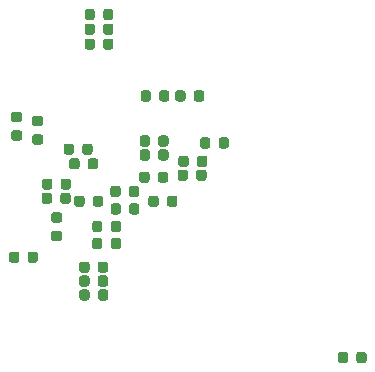
<source format=gbr>
%TF.GenerationSoftware,KiCad,Pcbnew,(5.99.0-3304-gcc86630f1-dirty)*%
%TF.CreationDate,2021-01-15T17:35:11+01:00*%
%TF.ProjectId,FD,46442e6b-6963-4616-945f-706362585858,rev?*%
%TF.SameCoordinates,Original*%
%TF.FileFunction,Paste,Bot*%
%TF.FilePolarity,Positive*%
%FSLAX46Y46*%
G04 Gerber Fmt 4.6, Leading zero omitted, Abs format (unit mm)*
G04 Created by KiCad (PCBNEW (5.99.0-3304-gcc86630f1-dirty)) date 2021-01-15 17:35:11*
%MOMM*%
%LPD*%
G01*
G04 APERTURE LIST*
G04 APERTURE END LIST*
%TO.C,C52*%
G36*
G01*
X182965000Y-59323750D02*
X182965000Y-59836250D01*
G75*
G02*
X182746250Y-60055000I-218750J0D01*
G01*
X182308750Y-60055000D01*
G75*
G02*
X182090000Y-59836250I0J218750D01*
G01*
X182090000Y-59323750D01*
G75*
G02*
X182308750Y-59105000I218750J0D01*
G01*
X182746250Y-59105000D01*
G75*
G02*
X182965000Y-59323750I0J-218750D01*
G01*
G37*
G36*
G01*
X181390000Y-59323750D02*
X181390000Y-59836250D01*
G75*
G02*
X181171250Y-60055000I-218750J0D01*
G01*
X180733750Y-60055000D01*
G75*
G02*
X180515000Y-59836250I0J218750D01*
G01*
X180515000Y-59323750D01*
G75*
G02*
X180733750Y-59105000I218750J0D01*
G01*
X181171250Y-59105000D01*
G75*
G02*
X181390000Y-59323750I0J-218750D01*
G01*
G37*
%TD*%
%TO.C,C74*%
G36*
G01*
X182195000Y-57283750D02*
X182195000Y-57796250D01*
G75*
G02*
X181976250Y-58015000I-218750J0D01*
G01*
X181538750Y-58015000D01*
G75*
G02*
X181320000Y-57796250I0J218750D01*
G01*
X181320000Y-57283750D01*
G75*
G02*
X181538750Y-57065000I218750J0D01*
G01*
X181976250Y-57065000D01*
G75*
G02*
X182195000Y-57283750I0J-218750D01*
G01*
G37*
G36*
G01*
X180620000Y-57283750D02*
X180620000Y-57796250D01*
G75*
G02*
X180401250Y-58015000I-218750J0D01*
G01*
X179963750Y-58015000D01*
G75*
G02*
X179745000Y-57796250I0J218750D01*
G01*
X179745000Y-57283750D01*
G75*
G02*
X179963750Y-57065000I218750J0D01*
G01*
X180401250Y-57065000D01*
G75*
G02*
X180620000Y-57283750I0J-218750D01*
G01*
G37*
%TD*%
%TO.C,R88*%
G36*
G01*
X198995000Y-72553750D02*
X198995000Y-73066250D01*
G75*
G02*
X198776250Y-73285000I-218750J0D01*
G01*
X198338750Y-73285000D01*
G75*
G02*
X198120000Y-73066250I0J218750D01*
G01*
X198120000Y-72553750D01*
G75*
G02*
X198338750Y-72335000I218750J0D01*
G01*
X198776250Y-72335000D01*
G75*
G02*
X198995000Y-72553750I0J-218750D01*
G01*
G37*
G36*
G01*
X197420000Y-72553750D02*
X197420000Y-73066250D01*
G75*
G02*
X197201250Y-73285000I-218750J0D01*
G01*
X196763750Y-73285000D01*
G75*
G02*
X196545000Y-73066250I0J218750D01*
G01*
X196545000Y-72553750D01*
G75*
G02*
X196763750Y-72335000I218750J0D01*
G01*
X197201250Y-72335000D01*
G75*
G02*
X197420000Y-72553750I0J-218750D01*
G01*
G37*
%TD*%
%TO.C,C13*%
G36*
G01*
X183062500Y-56456250D02*
X183062500Y-55943750D01*
G75*
G02*
X183281250Y-55725000I218750J0D01*
G01*
X183718750Y-55725000D01*
G75*
G02*
X183937500Y-55943750I0J-218750D01*
G01*
X183937500Y-56456250D01*
G75*
G02*
X183718750Y-56675000I-218750J0D01*
G01*
X183281250Y-56675000D01*
G75*
G02*
X183062500Y-56456250I0J218750D01*
G01*
G37*
G36*
G01*
X184637500Y-56456250D02*
X184637500Y-55943750D01*
G75*
G02*
X184856250Y-55725000I218750J0D01*
G01*
X185293750Y-55725000D01*
G75*
G02*
X185512500Y-55943750I0J-218750D01*
G01*
X185512500Y-56456250D01*
G75*
G02*
X185293750Y-56675000I-218750J0D01*
G01*
X184856250Y-56675000D01*
G75*
G02*
X184637500Y-56456250I0J218750D01*
G01*
G37*
%TD*%
%TO.C,C84*%
G36*
G01*
X182227500Y-55403750D02*
X182227500Y-55916250D01*
G75*
G02*
X182008750Y-56135000I-218750J0D01*
G01*
X181571250Y-56135000D01*
G75*
G02*
X181352500Y-55916250I0J218750D01*
G01*
X181352500Y-55403750D01*
G75*
G02*
X181571250Y-55185000I218750J0D01*
G01*
X182008750Y-55185000D01*
G75*
G02*
X182227500Y-55403750I0J-218750D01*
G01*
G37*
G36*
G01*
X180652500Y-55403750D02*
X180652500Y-55916250D01*
G75*
G02*
X180433750Y-56135000I-218750J0D01*
G01*
X179996250Y-56135000D01*
G75*
G02*
X179777500Y-55916250I0J218750D01*
G01*
X179777500Y-55403750D01*
G75*
G02*
X179996250Y-55185000I218750J0D01*
G01*
X180433750Y-55185000D01*
G75*
G02*
X180652500Y-55403750I0J-218750D01*
G01*
G37*
%TD*%
%TO.C,C26*%
G36*
G01*
X182992500Y-57626250D02*
X182992500Y-57113750D01*
G75*
G02*
X183211250Y-56895000I218750J0D01*
G01*
X183648750Y-56895000D01*
G75*
G02*
X183867500Y-57113750I0J-218750D01*
G01*
X183867500Y-57626250D01*
G75*
G02*
X183648750Y-57845000I-218750J0D01*
G01*
X183211250Y-57845000D01*
G75*
G02*
X182992500Y-57626250I0J218750D01*
G01*
G37*
G36*
G01*
X184567500Y-57626250D02*
X184567500Y-57113750D01*
G75*
G02*
X184786250Y-56895000I218750J0D01*
G01*
X185223750Y-56895000D01*
G75*
G02*
X185442500Y-57113750I0J-218750D01*
G01*
X185442500Y-57626250D01*
G75*
G02*
X185223750Y-57845000I-218750J0D01*
G01*
X184786250Y-57845000D01*
G75*
G02*
X184567500Y-57626250I0J218750D01*
G01*
G37*
%TD*%
%TO.C,C36*%
G36*
G01*
X176692500Y-59313750D02*
X176692500Y-59826250D01*
G75*
G02*
X176473750Y-60045000I-218750J0D01*
G01*
X176036250Y-60045000D01*
G75*
G02*
X175817500Y-59826250I0J218750D01*
G01*
X175817500Y-59313750D01*
G75*
G02*
X176036250Y-59095000I218750J0D01*
G01*
X176473750Y-59095000D01*
G75*
G02*
X176692500Y-59313750I0J-218750D01*
G01*
G37*
G36*
G01*
X175117500Y-59313750D02*
X175117500Y-59826250D01*
G75*
G02*
X174898750Y-60045000I-218750J0D01*
G01*
X174461250Y-60045000D01*
G75*
G02*
X174242500Y-59826250I0J218750D01*
G01*
X174242500Y-59313750D01*
G75*
G02*
X174461250Y-59095000I218750J0D01*
G01*
X174898750Y-59095000D01*
G75*
G02*
X175117500Y-59313750I0J-218750D01*
G01*
G37*
%TD*%
%TO.C,C28*%
G36*
G01*
X178205000Y-62903750D02*
X178205000Y-63416250D01*
G75*
G02*
X177986250Y-63635000I-218750J0D01*
G01*
X177548750Y-63635000D01*
G75*
G02*
X177330000Y-63416250I0J218750D01*
G01*
X177330000Y-62903750D01*
G75*
G02*
X177548750Y-62685000I218750J0D01*
G01*
X177986250Y-62685000D01*
G75*
G02*
X178205000Y-62903750I0J-218750D01*
G01*
G37*
G36*
G01*
X176630000Y-62903750D02*
X176630000Y-63416250D01*
G75*
G02*
X176411250Y-63635000I-218750J0D01*
G01*
X175973750Y-63635000D01*
G75*
G02*
X175755000Y-63416250I0J218750D01*
G01*
X175755000Y-62903750D01*
G75*
G02*
X175973750Y-62685000I218750J0D01*
G01*
X176411250Y-62685000D01*
G75*
G02*
X176630000Y-62903750I0J-218750D01*
G01*
G37*
%TD*%
%TO.C,C23*%
G36*
G01*
X175795000Y-54913750D02*
X175795000Y-55426250D01*
G75*
G02*
X175576250Y-55645000I-218750J0D01*
G01*
X175138750Y-55645000D01*
G75*
G02*
X174920000Y-55426250I0J218750D01*
G01*
X174920000Y-54913750D01*
G75*
G02*
X175138750Y-54695000I218750J0D01*
G01*
X175576250Y-54695000D01*
G75*
G02*
X175795000Y-54913750I0J-218750D01*
G01*
G37*
G36*
G01*
X174220000Y-54913750D02*
X174220000Y-55426250D01*
G75*
G02*
X174001250Y-55645000I-218750J0D01*
G01*
X173563750Y-55645000D01*
G75*
G02*
X173345000Y-55426250I0J218750D01*
G01*
X173345000Y-54913750D01*
G75*
G02*
X173563750Y-54695000I218750J0D01*
G01*
X174001250Y-54695000D01*
G75*
G02*
X174220000Y-54913750I0J-218750D01*
G01*
G37*
%TD*%
%TO.C,R48*%
G36*
G01*
X173006250Y-62955000D02*
X172493750Y-62955000D01*
G75*
G02*
X172275000Y-62736250I0J218750D01*
G01*
X172275000Y-62298750D01*
G75*
G02*
X172493750Y-62080000I218750J0D01*
G01*
X173006250Y-62080000D01*
G75*
G02*
X173225000Y-62298750I0J-218750D01*
G01*
X173225000Y-62736250D01*
G75*
G02*
X173006250Y-62955000I-218750J0D01*
G01*
G37*
G36*
G01*
X173006250Y-61380000D02*
X172493750Y-61380000D01*
G75*
G02*
X172275000Y-61161250I0J218750D01*
G01*
X172275000Y-60723750D01*
G75*
G02*
X172493750Y-60505000I218750J0D01*
G01*
X173006250Y-60505000D01*
G75*
G02*
X173225000Y-60723750I0J-218750D01*
G01*
X173225000Y-61161250D01*
G75*
G02*
X173006250Y-61380000I-218750J0D01*
G01*
G37*
%TD*%
%TO.C,C66*%
G36*
G01*
X184885000Y-54896250D02*
X184885000Y-54383750D01*
G75*
G02*
X185103750Y-54165000I218750J0D01*
G01*
X185541250Y-54165000D01*
G75*
G02*
X185760000Y-54383750I0J-218750D01*
G01*
X185760000Y-54896250D01*
G75*
G02*
X185541250Y-55115000I-218750J0D01*
G01*
X185103750Y-55115000D01*
G75*
G02*
X184885000Y-54896250I0J218750D01*
G01*
G37*
G36*
G01*
X186460000Y-54896250D02*
X186460000Y-54383750D01*
G75*
G02*
X186678750Y-54165000I218750J0D01*
G01*
X187116250Y-54165000D01*
G75*
G02*
X187335000Y-54383750I0J-218750D01*
G01*
X187335000Y-54896250D01*
G75*
G02*
X187116250Y-55115000I-218750J0D01*
G01*
X186678750Y-55115000D01*
G75*
G02*
X186460000Y-54896250I0J218750D01*
G01*
G37*
%TD*%
%TO.C,C14*%
G36*
G01*
X177315000Y-60486250D02*
X177315000Y-59973750D01*
G75*
G02*
X177533750Y-59755000I218750J0D01*
G01*
X177971250Y-59755000D01*
G75*
G02*
X178190000Y-59973750I0J-218750D01*
G01*
X178190000Y-60486250D01*
G75*
G02*
X177971250Y-60705000I-218750J0D01*
G01*
X177533750Y-60705000D01*
G75*
G02*
X177315000Y-60486250I0J218750D01*
G01*
G37*
G36*
G01*
X178890000Y-60486250D02*
X178890000Y-59973750D01*
G75*
G02*
X179108750Y-59755000I218750J0D01*
G01*
X179546250Y-59755000D01*
G75*
G02*
X179765000Y-59973750I0J-218750D01*
G01*
X179765000Y-60486250D01*
G75*
G02*
X179546250Y-60705000I-218750J0D01*
G01*
X179108750Y-60705000D01*
G75*
G02*
X178890000Y-60486250I0J218750D01*
G01*
G37*
%TD*%
%TO.C,C85*%
G36*
G01*
X173815000Y-56666250D02*
X173815000Y-56153750D01*
G75*
G02*
X174033750Y-55935000I218750J0D01*
G01*
X174471250Y-55935000D01*
G75*
G02*
X174690000Y-56153750I0J-218750D01*
G01*
X174690000Y-56666250D01*
G75*
G02*
X174471250Y-56885000I-218750J0D01*
G01*
X174033750Y-56885000D01*
G75*
G02*
X173815000Y-56666250I0J218750D01*
G01*
G37*
G36*
G01*
X175390000Y-56666250D02*
X175390000Y-56153750D01*
G75*
G02*
X175608750Y-55935000I218750J0D01*
G01*
X176046250Y-55935000D01*
G75*
G02*
X176265000Y-56153750I0J-218750D01*
G01*
X176265000Y-56666250D01*
G75*
G02*
X176046250Y-56885000I-218750J0D01*
G01*
X175608750Y-56885000D01*
G75*
G02*
X175390000Y-56666250I0J218750D01*
G01*
G37*
%TD*%
%TO.C,C18*%
G36*
G01*
X178207500Y-61463750D02*
X178207500Y-61976250D01*
G75*
G02*
X177988750Y-62195000I-218750J0D01*
G01*
X177551250Y-62195000D01*
G75*
G02*
X177332500Y-61976250I0J218750D01*
G01*
X177332500Y-61463750D01*
G75*
G02*
X177551250Y-61245000I218750J0D01*
G01*
X177988750Y-61245000D01*
G75*
G02*
X178207500Y-61463750I0J-218750D01*
G01*
G37*
G36*
G01*
X176632500Y-61463750D02*
X176632500Y-61976250D01*
G75*
G02*
X176413750Y-62195000I-218750J0D01*
G01*
X175976250Y-62195000D01*
G75*
G02*
X175757500Y-61976250I0J218750D01*
G01*
X175757500Y-61463750D01*
G75*
G02*
X175976250Y-61245000I218750J0D01*
G01*
X176413750Y-61245000D01*
G75*
G02*
X176632500Y-61463750I0J-218750D01*
G01*
G37*
%TD*%
%TO.C,C83*%
G36*
G01*
X171165000Y-64063750D02*
X171165000Y-64576250D01*
G75*
G02*
X170946250Y-64795000I-218750J0D01*
G01*
X170508750Y-64795000D01*
G75*
G02*
X170290000Y-64576250I0J218750D01*
G01*
X170290000Y-64063750D01*
G75*
G02*
X170508750Y-63845000I218750J0D01*
G01*
X170946250Y-63845000D01*
G75*
G02*
X171165000Y-64063750I0J-218750D01*
G01*
G37*
G36*
G01*
X169590000Y-64063750D02*
X169590000Y-64576250D01*
G75*
G02*
X169371250Y-64795000I-218750J0D01*
G01*
X168933750Y-64795000D01*
G75*
G02*
X168715000Y-64576250I0J218750D01*
G01*
X168715000Y-64063750D01*
G75*
G02*
X168933750Y-63845000I218750J0D01*
G01*
X169371250Y-63845000D01*
G75*
G02*
X169590000Y-64063750I0J-218750D01*
G01*
G37*
%TD*%
%TO.C,C86*%
G36*
G01*
X179745000Y-58493750D02*
X179745000Y-59006250D01*
G75*
G02*
X179526250Y-59225000I-218750J0D01*
G01*
X179088750Y-59225000D01*
G75*
G02*
X178870000Y-59006250I0J218750D01*
G01*
X178870000Y-58493750D01*
G75*
G02*
X179088750Y-58275000I218750J0D01*
G01*
X179526250Y-58275000D01*
G75*
G02*
X179745000Y-58493750I0J-218750D01*
G01*
G37*
G36*
G01*
X178170000Y-58493750D02*
X178170000Y-59006250D01*
G75*
G02*
X177951250Y-59225000I-218750J0D01*
G01*
X177513750Y-59225000D01*
G75*
G02*
X177295000Y-59006250I0J218750D01*
G01*
X177295000Y-58493750D01*
G75*
G02*
X177513750Y-58275000I218750J0D01*
G01*
X177951250Y-58275000D01*
G75*
G02*
X178170000Y-58493750I0J-218750D01*
G01*
G37*
%TD*%
%TO.C,C98*%
G36*
G01*
X174665000Y-65411250D02*
X174665000Y-64898750D01*
G75*
G02*
X174883750Y-64680000I218750J0D01*
G01*
X175321250Y-64680000D01*
G75*
G02*
X175540000Y-64898750I0J-218750D01*
G01*
X175540000Y-65411250D01*
G75*
G02*
X175321250Y-65630000I-218750J0D01*
G01*
X174883750Y-65630000D01*
G75*
G02*
X174665000Y-65411250I0J218750D01*
G01*
G37*
G36*
G01*
X176240000Y-65411250D02*
X176240000Y-64898750D01*
G75*
G02*
X176458750Y-64680000I218750J0D01*
G01*
X176896250Y-64680000D01*
G75*
G02*
X177115000Y-64898750I0J-218750D01*
G01*
X177115000Y-65411250D01*
G75*
G02*
X176896250Y-65630000I-218750J0D01*
G01*
X176458750Y-65630000D01*
G75*
G02*
X176240000Y-65411250I0J218750D01*
G01*
G37*
%TD*%
%TO.C,C32*%
G36*
G01*
X171485000Y-59586250D02*
X171485000Y-59073750D01*
G75*
G02*
X171703750Y-58855000I218750J0D01*
G01*
X172141250Y-58855000D01*
G75*
G02*
X172360000Y-59073750I0J-218750D01*
G01*
X172360000Y-59586250D01*
G75*
G02*
X172141250Y-59805000I-218750J0D01*
G01*
X171703750Y-59805000D01*
G75*
G02*
X171485000Y-59586250I0J218750D01*
G01*
G37*
G36*
G01*
X173060000Y-59586250D02*
X173060000Y-59073750D01*
G75*
G02*
X173278750Y-58855000I218750J0D01*
G01*
X173716250Y-58855000D01*
G75*
G02*
X173935000Y-59073750I0J-218750D01*
G01*
X173935000Y-59586250D01*
G75*
G02*
X173716250Y-59805000I-218750J0D01*
G01*
X173278750Y-59805000D01*
G75*
G02*
X173060000Y-59586250I0J218750D01*
G01*
G37*
%TD*%
%TO.C,C96*%
G36*
G01*
X174672500Y-67771250D02*
X174672500Y-67258750D01*
G75*
G02*
X174891250Y-67040000I218750J0D01*
G01*
X175328750Y-67040000D01*
G75*
G02*
X175547500Y-67258750I0J-218750D01*
G01*
X175547500Y-67771250D01*
G75*
G02*
X175328750Y-67990000I-218750J0D01*
G01*
X174891250Y-67990000D01*
G75*
G02*
X174672500Y-67771250I0J218750D01*
G01*
G37*
G36*
G01*
X176247500Y-67771250D02*
X176247500Y-67258750D01*
G75*
G02*
X176466250Y-67040000I218750J0D01*
G01*
X176903750Y-67040000D01*
G75*
G02*
X177122500Y-67258750I0J-218750D01*
G01*
X177122500Y-67771250D01*
G75*
G02*
X176903750Y-67990000I-218750J0D01*
G01*
X176466250Y-67990000D01*
G75*
G02*
X176247500Y-67771250I0J218750D01*
G01*
G37*
%TD*%
%TO.C,C25*%
G36*
G01*
X169616250Y-54445000D02*
X169103750Y-54445000D01*
G75*
G02*
X168885000Y-54226250I0J218750D01*
G01*
X168885000Y-53788750D01*
G75*
G02*
X169103750Y-53570000I218750J0D01*
G01*
X169616250Y-53570000D01*
G75*
G02*
X169835000Y-53788750I0J-218750D01*
G01*
X169835000Y-54226250D01*
G75*
G02*
X169616250Y-54445000I-218750J0D01*
G01*
G37*
G36*
G01*
X169616250Y-52870000D02*
X169103750Y-52870000D01*
G75*
G02*
X168885000Y-52651250I0J218750D01*
G01*
X168885000Y-52213750D01*
G75*
G02*
X169103750Y-51995000I218750J0D01*
G01*
X169616250Y-51995000D01*
G75*
G02*
X169835000Y-52213750I0J-218750D01*
G01*
X169835000Y-52651250D01*
G75*
G02*
X169616250Y-52870000I-218750J0D01*
G01*
G37*
%TD*%
%TO.C,C65*%
G36*
G01*
X182225000Y-54223750D02*
X182225000Y-54736250D01*
G75*
G02*
X182006250Y-54955000I-218750J0D01*
G01*
X181568750Y-54955000D01*
G75*
G02*
X181350000Y-54736250I0J218750D01*
G01*
X181350000Y-54223750D01*
G75*
G02*
X181568750Y-54005000I218750J0D01*
G01*
X182006250Y-54005000D01*
G75*
G02*
X182225000Y-54223750I0J-218750D01*
G01*
G37*
G36*
G01*
X180650000Y-54223750D02*
X180650000Y-54736250D01*
G75*
G02*
X180431250Y-54955000I-218750J0D01*
G01*
X179993750Y-54955000D01*
G75*
G02*
X179775000Y-54736250I0J218750D01*
G01*
X179775000Y-54223750D01*
G75*
G02*
X179993750Y-54005000I218750J0D01*
G01*
X180431250Y-54005000D01*
G75*
G02*
X180650000Y-54223750I0J-218750D01*
G01*
G37*
%TD*%
%TO.C,C99*%
G36*
G01*
X175115000Y-46531250D02*
X175115000Y-46018750D01*
G75*
G02*
X175333750Y-45800000I218750J0D01*
G01*
X175771250Y-45800000D01*
G75*
G02*
X175990000Y-46018750I0J-218750D01*
G01*
X175990000Y-46531250D01*
G75*
G02*
X175771250Y-46750000I-218750J0D01*
G01*
X175333750Y-46750000D01*
G75*
G02*
X175115000Y-46531250I0J218750D01*
G01*
G37*
G36*
G01*
X176690000Y-46531250D02*
X176690000Y-46018750D01*
G75*
G02*
X176908750Y-45800000I218750J0D01*
G01*
X177346250Y-45800000D01*
G75*
G02*
X177565000Y-46018750I0J-218750D01*
G01*
X177565000Y-46531250D01*
G75*
G02*
X177346250Y-46750000I-218750J0D01*
G01*
X176908750Y-46750000D01*
G75*
G02*
X176690000Y-46531250I0J218750D01*
G01*
G37*
%TD*%
%TO.C,C10*%
G36*
G01*
X171515000Y-58386250D02*
X171515000Y-57873750D01*
G75*
G02*
X171733750Y-57655000I218750J0D01*
G01*
X172171250Y-57655000D01*
G75*
G02*
X172390000Y-57873750I0J-218750D01*
G01*
X172390000Y-58386250D01*
G75*
G02*
X172171250Y-58605000I-218750J0D01*
G01*
X171733750Y-58605000D01*
G75*
G02*
X171515000Y-58386250I0J218750D01*
G01*
G37*
G36*
G01*
X173090000Y-58386250D02*
X173090000Y-57873750D01*
G75*
G02*
X173308750Y-57655000I218750J0D01*
G01*
X173746250Y-57655000D01*
G75*
G02*
X173965000Y-57873750I0J-218750D01*
G01*
X173965000Y-58386250D01*
G75*
G02*
X173746250Y-58605000I-218750J0D01*
G01*
X173308750Y-58605000D01*
G75*
G02*
X173090000Y-58386250I0J218750D01*
G01*
G37*
%TD*%
%TO.C,C100*%
G36*
G01*
X175115000Y-45281250D02*
X175115000Y-44768750D01*
G75*
G02*
X175333750Y-44550000I218750J0D01*
G01*
X175771250Y-44550000D01*
G75*
G02*
X175990000Y-44768750I0J-218750D01*
G01*
X175990000Y-45281250D01*
G75*
G02*
X175771250Y-45500000I-218750J0D01*
G01*
X175333750Y-45500000D01*
G75*
G02*
X175115000Y-45281250I0J218750D01*
G01*
G37*
G36*
G01*
X176690000Y-45281250D02*
X176690000Y-44768750D01*
G75*
G02*
X176908750Y-44550000I218750J0D01*
G01*
X177346250Y-44550000D01*
G75*
G02*
X177565000Y-44768750I0J-218750D01*
G01*
X177565000Y-45281250D01*
G75*
G02*
X177346250Y-45500000I-218750J0D01*
G01*
X176908750Y-45500000D01*
G75*
G02*
X176690000Y-45281250I0J218750D01*
G01*
G37*
%TD*%
%TO.C,C38*%
G36*
G01*
X171396250Y-54797500D02*
X170883750Y-54797500D01*
G75*
G02*
X170665000Y-54578750I0J218750D01*
G01*
X170665000Y-54141250D01*
G75*
G02*
X170883750Y-53922500I218750J0D01*
G01*
X171396250Y-53922500D01*
G75*
G02*
X171615000Y-54141250I0J-218750D01*
G01*
X171615000Y-54578750D01*
G75*
G02*
X171396250Y-54797500I-218750J0D01*
G01*
G37*
G36*
G01*
X171396250Y-53222500D02*
X170883750Y-53222500D01*
G75*
G02*
X170665000Y-53003750I0J218750D01*
G01*
X170665000Y-52566250D01*
G75*
G02*
X170883750Y-52347500I218750J0D01*
G01*
X171396250Y-52347500D01*
G75*
G02*
X171615000Y-52566250I0J-218750D01*
G01*
X171615000Y-53003750D01*
G75*
G02*
X171396250Y-53222500I-218750J0D01*
G01*
G37*
%TD*%
%TO.C,C101*%
G36*
G01*
X175115000Y-44021250D02*
X175115000Y-43508750D01*
G75*
G02*
X175333750Y-43290000I218750J0D01*
G01*
X175771250Y-43290000D01*
G75*
G02*
X175990000Y-43508750I0J-218750D01*
G01*
X175990000Y-44021250D01*
G75*
G02*
X175771250Y-44240000I-218750J0D01*
G01*
X175333750Y-44240000D01*
G75*
G02*
X175115000Y-44021250I0J218750D01*
G01*
G37*
G36*
G01*
X176690000Y-44021250D02*
X176690000Y-43508750D01*
G75*
G02*
X176908750Y-43290000I218750J0D01*
G01*
X177346250Y-43290000D01*
G75*
G02*
X177565000Y-43508750I0J-218750D01*
G01*
X177565000Y-44021250D01*
G75*
G02*
X177346250Y-44240000I-218750J0D01*
G01*
X176908750Y-44240000D01*
G75*
G02*
X176690000Y-44021250I0J218750D01*
G01*
G37*
%TD*%
%TO.C,C97*%
G36*
G01*
X174662500Y-66591250D02*
X174662500Y-66078750D01*
G75*
G02*
X174881250Y-65860000I218750J0D01*
G01*
X175318750Y-65860000D01*
G75*
G02*
X175537500Y-66078750I0J-218750D01*
G01*
X175537500Y-66591250D01*
G75*
G02*
X175318750Y-66810000I-218750J0D01*
G01*
X174881250Y-66810000D01*
G75*
G02*
X174662500Y-66591250I0J218750D01*
G01*
G37*
G36*
G01*
X176237500Y-66591250D02*
X176237500Y-66078750D01*
G75*
G02*
X176456250Y-65860000I218750J0D01*
G01*
X176893750Y-65860000D01*
G75*
G02*
X177112500Y-66078750I0J-218750D01*
G01*
X177112500Y-66591250D01*
G75*
G02*
X176893750Y-66810000I-218750J0D01*
G01*
X176456250Y-66810000D01*
G75*
G02*
X176237500Y-66591250I0J218750D01*
G01*
G37*
%TD*%
%TO.C,C16*%
G36*
G01*
X182307500Y-50408750D02*
X182307500Y-50921250D01*
G75*
G02*
X182088750Y-51140000I-218750J0D01*
G01*
X181651250Y-51140000D01*
G75*
G02*
X181432500Y-50921250I0J218750D01*
G01*
X181432500Y-50408750D01*
G75*
G02*
X181651250Y-50190000I218750J0D01*
G01*
X182088750Y-50190000D01*
G75*
G02*
X182307500Y-50408750I0J-218750D01*
G01*
G37*
G36*
G01*
X180732500Y-50408750D02*
X180732500Y-50921250D01*
G75*
G02*
X180513750Y-51140000I-218750J0D01*
G01*
X180076250Y-51140000D01*
G75*
G02*
X179857500Y-50921250I0J218750D01*
G01*
X179857500Y-50408750D01*
G75*
G02*
X180076250Y-50190000I218750J0D01*
G01*
X180513750Y-50190000D01*
G75*
G02*
X180732500Y-50408750I0J-218750D01*
G01*
G37*
%TD*%
%TO.C,C30*%
G36*
G01*
X182795000Y-50921250D02*
X182795000Y-50408750D01*
G75*
G02*
X183013750Y-50190000I218750J0D01*
G01*
X183451250Y-50190000D01*
G75*
G02*
X183670000Y-50408750I0J-218750D01*
G01*
X183670000Y-50921250D01*
G75*
G02*
X183451250Y-51140000I-218750J0D01*
G01*
X183013750Y-51140000D01*
G75*
G02*
X182795000Y-50921250I0J218750D01*
G01*
G37*
G36*
G01*
X184370000Y-50921250D02*
X184370000Y-50408750D01*
G75*
G02*
X184588750Y-50190000I218750J0D01*
G01*
X185026250Y-50190000D01*
G75*
G02*
X185245000Y-50408750I0J-218750D01*
G01*
X185245000Y-50921250D01*
G75*
G02*
X185026250Y-51140000I-218750J0D01*
G01*
X184588750Y-51140000D01*
G75*
G02*
X184370000Y-50921250I0J218750D01*
G01*
G37*
%TD*%
M02*

</source>
